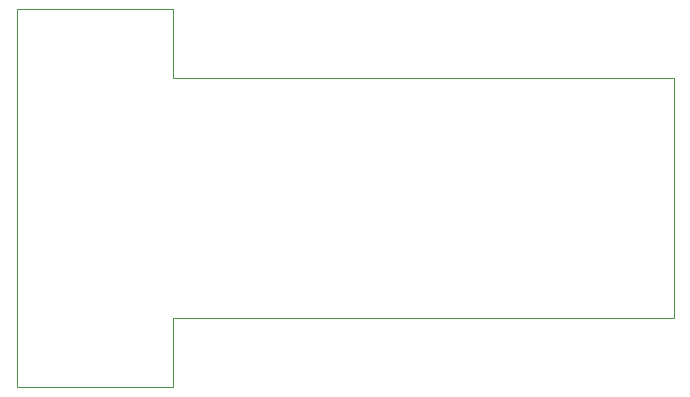
<source format=gbr>
%TF.GenerationSoftware,KiCad,Pcbnew,(5.1.10-1-10_14)*%
%TF.CreationDate,2021-07-06T11:09:29-07:00*%
%TF.ProjectId,BarixAnalogDB9-RJ45,42617269-7841-46e6-916c-6f674442392d,rev?*%
%TF.SameCoordinates,Original*%
%TF.FileFunction,Profile,NP*%
%FSLAX46Y46*%
G04 Gerber Fmt 4.6, Leading zero omitted, Abs format (unit mm)*
G04 Created by KiCad (PCBNEW (5.1.10-1-10_14)) date 2021-07-06 11:09:29*
%MOMM*%
%LPD*%
G01*
G04 APERTURE LIST*
%TA.AperFunction,Profile*%
%ADD10C,0.050000*%
%TD*%
G04 APERTURE END LIST*
D10*
X117348000Y-81026000D02*
X117602000Y-81026000D01*
X117348000Y-113030000D02*
X117348000Y-81026000D01*
X130556000Y-113030000D02*
X117348000Y-113030000D01*
X130556000Y-107188000D02*
X130556000Y-113030000D01*
X172974000Y-107188000D02*
X130556000Y-107188000D01*
X172974000Y-86868000D02*
X172974000Y-107188000D01*
X151638000Y-86868000D02*
X172974000Y-86868000D01*
X130556000Y-81026000D02*
X130556000Y-86868000D01*
X151638000Y-86868000D02*
X130556000Y-86868000D01*
X130302000Y-81026000D02*
X130556000Y-81026000D01*
X117602000Y-81026000D02*
X130302000Y-81026000D01*
M02*

</source>
